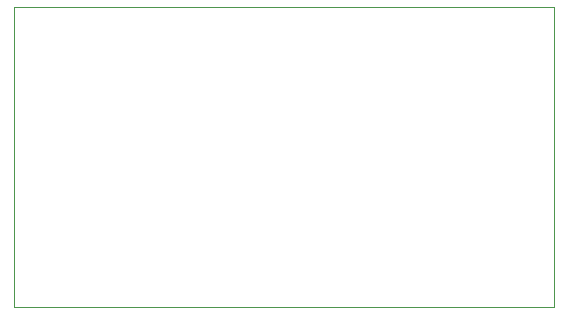
<source format=gm1>
G04 #@! TF.GenerationSoftware,KiCad,Pcbnew,(5.1.9)-1*
G04 #@! TF.CreationDate,2021-04-22T01:37:42+01:00*
G04 #@! TF.ProjectId,remote,72656d6f-7465-42e6-9b69-6361645f7063,rev?*
G04 #@! TF.SameCoordinates,Original*
G04 #@! TF.FileFunction,Profile,NP*
%FSLAX46Y46*%
G04 Gerber Fmt 4.6, Leading zero omitted, Abs format (unit mm)*
G04 Created by KiCad (PCBNEW (5.1.9)-1) date 2021-04-22 01:37:42*
%MOMM*%
%LPD*%
G01*
G04 APERTURE LIST*
G04 #@! TA.AperFunction,Profile*
%ADD10C,0.050000*%
G04 #@! TD*
G04 APERTURE END LIST*
D10*
X66040000Y-45720000D02*
X20320000Y-45720000D01*
X66040000Y-20320000D02*
X20320000Y-20320000D01*
X66040000Y-45720000D02*
X66040000Y-20320000D01*
X20320000Y-20320000D02*
X20320000Y-45720000D01*
M02*

</source>
